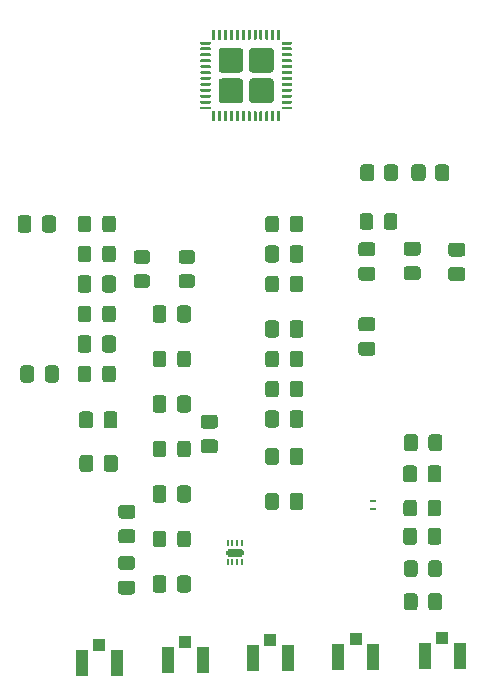
<source format=gbr>
%TF.GenerationSoftware,KiCad,Pcbnew,(5.1.10)-1*%
%TF.CreationDate,2021-09-06T20:05:53-04:00*%
%TF.ProjectId,BeagleBone-Black-Cape,42656167-6c65-4426-9f6e-652d426c6163,rev?*%
%TF.SameCoordinates,Original*%
%TF.FileFunction,Paste,Top*%
%TF.FilePolarity,Positive*%
%FSLAX46Y46*%
G04 Gerber Fmt 4.6, Leading zero omitted, Abs format (unit mm)*
G04 Created by KiCad (PCBNEW (5.1.10)-1) date 2021-09-06 20:05:53*
%MOMM*%
%LPD*%
G01*
G04 APERTURE LIST*
%ADD10C,0.152400*%
%ADD11R,0.500000X0.250000*%
%ADD12R,1.244600X0.762000*%
%ADD13R,0.203200X0.558800*%
%ADD14R,1.050000X2.200000*%
%ADD15R,1.000000X1.050000*%
G04 APERTURE END LIST*
D10*
%TO.C,U2*%
X140131800Y-116865400D02*
X140131800Y-116967000D01*
X140081000Y-116865400D02*
X140131800Y-116865400D01*
X140081000Y-116967000D02*
X140081000Y-116865400D01*
X140131800Y-116967000D02*
X140081000Y-116967000D01*
X140131800Y-116865400D02*
X140131800Y-116763800D01*
X140081000Y-116865400D02*
X140131800Y-116865400D01*
X140081000Y-116763800D02*
X140081000Y-116865400D01*
X140131800Y-116763800D02*
X140081000Y-116763800D01*
X141376400Y-116865400D02*
X141376400Y-116967000D01*
X141427200Y-116865400D02*
X141376400Y-116865400D01*
X141427200Y-116967000D02*
X141427200Y-116865400D01*
X141376400Y-116967000D02*
X141427200Y-116967000D01*
X141376400Y-116865400D02*
X141376400Y-116763800D01*
X141427200Y-116865400D02*
X141376400Y-116865400D01*
X141427200Y-116763800D02*
X141427200Y-116865400D01*
X141376400Y-116763800D02*
X141427200Y-116763800D01*
%TD*%
D11*
%TO.C,CR13*%
X152488900Y-112527200D03*
X152488900Y-113177200D03*
%TD*%
D12*
%TO.C,U2*%
X140754100Y-116865400D03*
D13*
X141354099Y-117640100D03*
X140954100Y-117640100D03*
X140554100Y-117640100D03*
X140154101Y-117640100D03*
X140154101Y-116090700D03*
X140554100Y-116090700D03*
X140954100Y-116090700D03*
X141354099Y-116090700D03*
%TD*%
%TO.C,Z63*%
G36*
G01*
X156229900Y-120556000D02*
X156229900Y-121506000D01*
G75*
G02*
X155979900Y-121756000I-250000J0D01*
G01*
X155304900Y-121756000D01*
G75*
G02*
X155054900Y-121506000I0J250000D01*
G01*
X155054900Y-120556000D01*
G75*
G02*
X155304900Y-120306000I250000J0D01*
G01*
X155979900Y-120306000D01*
G75*
G02*
X156229900Y-120556000I0J-250000D01*
G01*
G37*
G36*
G01*
X158304900Y-120556000D02*
X158304900Y-121506000D01*
G75*
G02*
X158054900Y-121756000I-250000J0D01*
G01*
X157379900Y-121756000D01*
G75*
G02*
X157129900Y-121506000I0J250000D01*
G01*
X157129900Y-120556000D01*
G75*
G02*
X157379900Y-120306000I250000J0D01*
G01*
X158054900Y-120306000D01*
G75*
G02*
X158304900Y-120556000I0J-250000D01*
G01*
G37*
%TD*%
%TO.C,Z62*%
G36*
G01*
X156229900Y-117786999D02*
X156229900Y-118687001D01*
G75*
G02*
X155979901Y-118937000I-249999J0D01*
G01*
X155329899Y-118937000D01*
G75*
G02*
X155079900Y-118687001I0J249999D01*
G01*
X155079900Y-117786999D01*
G75*
G02*
X155329899Y-117537000I249999J0D01*
G01*
X155979901Y-117537000D01*
G75*
G02*
X156229900Y-117786999I0J-249999D01*
G01*
G37*
G36*
G01*
X158279900Y-117786999D02*
X158279900Y-118687001D01*
G75*
G02*
X158029901Y-118937000I-249999J0D01*
G01*
X157379899Y-118937000D01*
G75*
G02*
X157129900Y-118687001I0J249999D01*
G01*
X157129900Y-117786999D01*
G75*
G02*
X157379899Y-117537000I249999J0D01*
G01*
X158029901Y-117537000D01*
G75*
G02*
X158279900Y-117786999I0J-249999D01*
G01*
G37*
%TD*%
%TO.C,Z61*%
G36*
G01*
X156179100Y-115018800D02*
X156179100Y-115968800D01*
G75*
G02*
X155929100Y-116218800I-250000J0D01*
G01*
X155254100Y-116218800D01*
G75*
G02*
X155004100Y-115968800I0J250000D01*
G01*
X155004100Y-115018800D01*
G75*
G02*
X155254100Y-114768800I250000J0D01*
G01*
X155929100Y-114768800D01*
G75*
G02*
X156179100Y-115018800I0J-250000D01*
G01*
G37*
G36*
G01*
X158254100Y-115018800D02*
X158254100Y-115968800D01*
G75*
G02*
X158004100Y-116218800I-250000J0D01*
G01*
X157329100Y-116218800D01*
G75*
G02*
X157079100Y-115968800I0J250000D01*
G01*
X157079100Y-115018800D01*
G75*
G02*
X157329100Y-114768800I250000J0D01*
G01*
X158004100Y-114768800D01*
G75*
G02*
X158254100Y-115018800I0J-250000D01*
G01*
G37*
%TD*%
%TO.C,Z60*%
G36*
G01*
X157079100Y-113556201D02*
X157079100Y-112656199D01*
G75*
G02*
X157329099Y-112406200I249999J0D01*
G01*
X157979101Y-112406200D01*
G75*
G02*
X158229100Y-112656199I0J-249999D01*
G01*
X158229100Y-113556201D01*
G75*
G02*
X157979101Y-113806200I-249999J0D01*
G01*
X157329099Y-113806200D01*
G75*
G02*
X157079100Y-113556201I0J249999D01*
G01*
G37*
G36*
G01*
X155029100Y-113556201D02*
X155029100Y-112656199D01*
G75*
G02*
X155279099Y-112406200I249999J0D01*
G01*
X155929101Y-112406200D01*
G75*
G02*
X156179100Y-112656199I0J-249999D01*
G01*
X156179100Y-113556201D01*
G75*
G02*
X155929101Y-113806200I-249999J0D01*
G01*
X155279099Y-113806200D01*
G75*
G02*
X155029100Y-113556201I0J249999D01*
G01*
G37*
%TD*%
%TO.C,R54*%
G36*
G01*
X157714900Y-85159001D02*
X157714900Y-84258999D01*
G75*
G02*
X157964899Y-84009000I249999J0D01*
G01*
X158664901Y-84009000D01*
G75*
G02*
X158914900Y-84258999I0J-249999D01*
G01*
X158914900Y-85159001D01*
G75*
G02*
X158664901Y-85409000I-249999J0D01*
G01*
X157964899Y-85409000D01*
G75*
G02*
X157714900Y-85159001I0J249999D01*
G01*
G37*
G36*
G01*
X155714900Y-85159001D02*
X155714900Y-84258999D01*
G75*
G02*
X155964899Y-84009000I249999J0D01*
G01*
X156664901Y-84009000D01*
G75*
G02*
X156914900Y-84258999I0J-249999D01*
G01*
X156914900Y-85159001D01*
G75*
G02*
X156664901Y-85409000I-249999J0D01*
G01*
X155964899Y-85409000D01*
G75*
G02*
X155714900Y-85159001I0J249999D01*
G01*
G37*
%TD*%
%TO.C,R53*%
G36*
G01*
X153380900Y-85159001D02*
X153380900Y-84258999D01*
G75*
G02*
X153630899Y-84009000I249999J0D01*
G01*
X154330901Y-84009000D01*
G75*
G02*
X154580900Y-84258999I0J-249999D01*
G01*
X154580900Y-85159001D01*
G75*
G02*
X154330901Y-85409000I-249999J0D01*
G01*
X153630899Y-85409000D01*
G75*
G02*
X153380900Y-85159001I0J249999D01*
G01*
G37*
G36*
G01*
X151380900Y-85159001D02*
X151380900Y-84258999D01*
G75*
G02*
X151630899Y-84009000I249999J0D01*
G01*
X152330901Y-84009000D01*
G75*
G02*
X152580900Y-84258999I0J-249999D01*
G01*
X152580900Y-85159001D01*
G75*
G02*
X152330901Y-85409000I-249999J0D01*
G01*
X151630899Y-85409000D01*
G75*
G02*
X151380900Y-85159001I0J249999D01*
G01*
G37*
%TD*%
%TO.C,L62*%
G36*
G01*
X145395100Y-94582401D02*
X145395100Y-93682399D01*
G75*
G02*
X145645099Y-93432400I249999J0D01*
G01*
X146295101Y-93432400D01*
G75*
G02*
X146545100Y-93682399I0J-249999D01*
G01*
X146545100Y-94582401D01*
G75*
G02*
X146295101Y-94832400I-249999J0D01*
G01*
X145645099Y-94832400D01*
G75*
G02*
X145395100Y-94582401I0J249999D01*
G01*
G37*
G36*
G01*
X143345100Y-94582401D02*
X143345100Y-93682399D01*
G75*
G02*
X143595099Y-93432400I249999J0D01*
G01*
X144245101Y-93432400D01*
G75*
G02*
X144495100Y-93682399I0J-249999D01*
G01*
X144495100Y-94582401D01*
G75*
G02*
X144245101Y-94832400I-249999J0D01*
G01*
X143595099Y-94832400D01*
G75*
G02*
X143345100Y-94582401I0J249999D01*
G01*
G37*
%TD*%
%TO.C,L55*%
G36*
G01*
X144495100Y-102572399D02*
X144495100Y-103472401D01*
G75*
G02*
X144245101Y-103722400I-249999J0D01*
G01*
X143595099Y-103722400D01*
G75*
G02*
X143345100Y-103472401I0J249999D01*
G01*
X143345100Y-102572399D01*
G75*
G02*
X143595099Y-102322400I249999J0D01*
G01*
X144245101Y-102322400D01*
G75*
G02*
X144495100Y-102572399I0J-249999D01*
G01*
G37*
G36*
G01*
X146545100Y-102572399D02*
X146545100Y-103472401D01*
G75*
G02*
X146295101Y-103722400I-249999J0D01*
G01*
X145645099Y-103722400D01*
G75*
G02*
X145395100Y-103472401I0J249999D01*
G01*
X145395100Y-102572399D01*
G75*
G02*
X145645099Y-102322400I249999J0D01*
G01*
X146295101Y-102322400D01*
G75*
G02*
X146545100Y-102572399I0J-249999D01*
G01*
G37*
%TD*%
%TO.C,L54*%
G36*
G01*
X145395100Y-100932401D02*
X145395100Y-100032399D01*
G75*
G02*
X145645099Y-99782400I249999J0D01*
G01*
X146295101Y-99782400D01*
G75*
G02*
X146545100Y-100032399I0J-249999D01*
G01*
X146545100Y-100932401D01*
G75*
G02*
X146295101Y-101182400I-249999J0D01*
G01*
X145645099Y-101182400D01*
G75*
G02*
X145395100Y-100932401I0J249999D01*
G01*
G37*
G36*
G01*
X143345100Y-100932401D02*
X143345100Y-100032399D01*
G75*
G02*
X143595099Y-99782400I249999J0D01*
G01*
X144245101Y-99782400D01*
G75*
G02*
X144495100Y-100032399I0J-249999D01*
G01*
X144495100Y-100932401D01*
G75*
G02*
X144245101Y-101182400I-249999J0D01*
G01*
X143595099Y-101182400D01*
G75*
G02*
X143345100Y-100932401I0J249999D01*
G01*
G37*
%TD*%
%TO.C,L53*%
G36*
G01*
X152470700Y-88399199D02*
X152470700Y-89299201D01*
G75*
G02*
X152220701Y-89549200I-249999J0D01*
G01*
X151570699Y-89549200D01*
G75*
G02*
X151320700Y-89299201I0J249999D01*
G01*
X151320700Y-88399199D01*
G75*
G02*
X151570699Y-88149200I249999J0D01*
G01*
X152220701Y-88149200D01*
G75*
G02*
X152470700Y-88399199I0J-249999D01*
G01*
G37*
G36*
G01*
X154520700Y-88399199D02*
X154520700Y-89299201D01*
G75*
G02*
X154270701Y-89549200I-249999J0D01*
G01*
X153620699Y-89549200D01*
G75*
G02*
X153370700Y-89299201I0J249999D01*
G01*
X153370700Y-88399199D01*
G75*
G02*
X153620699Y-88149200I249999J0D01*
G01*
X154270701Y-88149200D01*
G75*
G02*
X154520700Y-88399199I0J-249999D01*
G01*
G37*
%TD*%
%TO.C,L52*%
G36*
G01*
X144495100Y-88602399D02*
X144495100Y-89502401D01*
G75*
G02*
X144245101Y-89752400I-249999J0D01*
G01*
X143595099Y-89752400D01*
G75*
G02*
X143345100Y-89502401I0J249999D01*
G01*
X143345100Y-88602399D01*
G75*
G02*
X143595099Y-88352400I249999J0D01*
G01*
X144245101Y-88352400D01*
G75*
G02*
X144495100Y-88602399I0J-249999D01*
G01*
G37*
G36*
G01*
X146545100Y-88602399D02*
X146545100Y-89502401D01*
G75*
G02*
X146295101Y-89752400I-249999J0D01*
G01*
X145645099Y-89752400D01*
G75*
G02*
X145395100Y-89502401I0J249999D01*
G01*
X145395100Y-88602399D01*
G75*
G02*
X145645099Y-88352400I249999J0D01*
G01*
X146295101Y-88352400D01*
G75*
G02*
X146545100Y-88602399I0J-249999D01*
G01*
G37*
%TD*%
%TO.C,C497*%
G36*
G01*
X145395100Y-106037400D02*
X145395100Y-105087400D01*
G75*
G02*
X145645100Y-104837400I250000J0D01*
G01*
X146320100Y-104837400D01*
G75*
G02*
X146570100Y-105087400I0J-250000D01*
G01*
X146570100Y-106037400D01*
G75*
G02*
X146320100Y-106287400I-250000J0D01*
G01*
X145645100Y-106287400D01*
G75*
G02*
X145395100Y-106037400I0J250000D01*
G01*
G37*
G36*
G01*
X143320100Y-106037400D02*
X143320100Y-105087400D01*
G75*
G02*
X143570100Y-104837400I250000J0D01*
G01*
X144245100Y-104837400D01*
G75*
G02*
X144495100Y-105087400I0J-250000D01*
G01*
X144495100Y-106037400D01*
G75*
G02*
X144245100Y-106287400I-250000J0D01*
G01*
X143570100Y-106287400D01*
G75*
G02*
X143320100Y-106037400I0J250000D01*
G01*
G37*
%TD*%
%TO.C,C496*%
G36*
G01*
X152405100Y-98127400D02*
X151455100Y-98127400D01*
G75*
G02*
X151205100Y-97877400I0J250000D01*
G01*
X151205100Y-97202400D01*
G75*
G02*
X151455100Y-96952400I250000J0D01*
G01*
X152405100Y-96952400D01*
G75*
G02*
X152655100Y-97202400I0J-250000D01*
G01*
X152655100Y-97877400D01*
G75*
G02*
X152405100Y-98127400I-250000J0D01*
G01*
G37*
G36*
G01*
X152405100Y-100202400D02*
X151455100Y-100202400D01*
G75*
G02*
X151205100Y-99952400I0J250000D01*
G01*
X151205100Y-99277400D01*
G75*
G02*
X151455100Y-99027400I250000J0D01*
G01*
X152405100Y-99027400D01*
G75*
G02*
X152655100Y-99277400I0J-250000D01*
G01*
X152655100Y-99952400D01*
G75*
G02*
X152405100Y-100202400I-250000J0D01*
G01*
G37*
%TD*%
%TO.C,C492*%
G36*
G01*
X128747100Y-105163600D02*
X128747100Y-106113600D01*
G75*
G02*
X128497100Y-106363600I-250000J0D01*
G01*
X127822100Y-106363600D01*
G75*
G02*
X127572100Y-106113600I0J250000D01*
G01*
X127572100Y-105163600D01*
G75*
G02*
X127822100Y-104913600I250000J0D01*
G01*
X128497100Y-104913600D01*
G75*
G02*
X128747100Y-105163600I0J-250000D01*
G01*
G37*
G36*
G01*
X130822100Y-105163600D02*
X130822100Y-106113600D01*
G75*
G02*
X130572100Y-106363600I-250000J0D01*
G01*
X129897100Y-106363600D01*
G75*
G02*
X129647100Y-106113600I0J250000D01*
G01*
X129647100Y-105163600D01*
G75*
G02*
X129897100Y-104913600I250000J0D01*
G01*
X130572100Y-104913600D01*
G75*
G02*
X130822100Y-105163600I0J-250000D01*
G01*
G37*
%TD*%
%TO.C,C491*%
G36*
G01*
X128772500Y-108846600D02*
X128772500Y-109796600D01*
G75*
G02*
X128522500Y-110046600I-250000J0D01*
G01*
X127847500Y-110046600D01*
G75*
G02*
X127597500Y-109796600I0J250000D01*
G01*
X127597500Y-108846600D01*
G75*
G02*
X127847500Y-108596600I250000J0D01*
G01*
X128522500Y-108596600D01*
G75*
G02*
X128772500Y-108846600I0J-250000D01*
G01*
G37*
G36*
G01*
X130847500Y-108846600D02*
X130847500Y-109796600D01*
G75*
G02*
X130597500Y-110046600I-250000J0D01*
G01*
X129922500Y-110046600D01*
G75*
G02*
X129672500Y-109796600I0J250000D01*
G01*
X129672500Y-108846600D01*
G75*
G02*
X129922500Y-108596600I250000J0D01*
G01*
X130597500Y-108596600D01*
G75*
G02*
X130847500Y-108846600I0J-250000D01*
G01*
G37*
%TD*%
%TO.C,C483*%
G36*
G01*
X157155300Y-108044000D02*
X157155300Y-107094000D01*
G75*
G02*
X157405300Y-106844000I250000J0D01*
G01*
X158080300Y-106844000D01*
G75*
G02*
X158330300Y-107094000I0J-250000D01*
G01*
X158330300Y-108044000D01*
G75*
G02*
X158080300Y-108294000I-250000J0D01*
G01*
X157405300Y-108294000D01*
G75*
G02*
X157155300Y-108044000I0J250000D01*
G01*
G37*
G36*
G01*
X155080300Y-108044000D02*
X155080300Y-107094000D01*
G75*
G02*
X155330300Y-106844000I250000J0D01*
G01*
X156005300Y-106844000D01*
G75*
G02*
X156255300Y-107094000I0J-250000D01*
G01*
X156255300Y-108044000D01*
G75*
G02*
X156005300Y-108294000I-250000J0D01*
G01*
X155330300Y-108294000D01*
G75*
G02*
X155080300Y-108044000I0J250000D01*
G01*
G37*
%TD*%
%TO.C,C482*%
G36*
G01*
X156179100Y-109735600D02*
X156179100Y-110685600D01*
G75*
G02*
X155929100Y-110935600I-250000J0D01*
G01*
X155254100Y-110935600D01*
G75*
G02*
X155004100Y-110685600I0J250000D01*
G01*
X155004100Y-109735600D01*
G75*
G02*
X155254100Y-109485600I250000J0D01*
G01*
X155929100Y-109485600D01*
G75*
G02*
X156179100Y-109735600I0J-250000D01*
G01*
G37*
G36*
G01*
X158254100Y-109735600D02*
X158254100Y-110685600D01*
G75*
G02*
X158004100Y-110935600I-250000J0D01*
G01*
X157329100Y-110935600D01*
G75*
G02*
X157079100Y-110685600I0J250000D01*
G01*
X157079100Y-109735600D01*
G75*
G02*
X157329100Y-109485600I250000J0D01*
G01*
X158004100Y-109485600D01*
G75*
G02*
X158254100Y-109735600I0J-250000D01*
G01*
G37*
%TD*%
%TO.C,C62*%
G36*
G01*
X145395100Y-98417400D02*
X145395100Y-97467400D01*
G75*
G02*
X145645100Y-97217400I250000J0D01*
G01*
X146320100Y-97217400D01*
G75*
G02*
X146570100Y-97467400I0J-250000D01*
G01*
X146570100Y-98417400D01*
G75*
G02*
X146320100Y-98667400I-250000J0D01*
G01*
X145645100Y-98667400D01*
G75*
G02*
X145395100Y-98417400I0J250000D01*
G01*
G37*
G36*
G01*
X143320100Y-98417400D02*
X143320100Y-97467400D01*
G75*
G02*
X143570100Y-97217400I250000J0D01*
G01*
X144245100Y-97217400D01*
G75*
G02*
X144495100Y-97467400I0J-250000D01*
G01*
X144495100Y-98417400D01*
G75*
G02*
X144245100Y-98667400I-250000J0D01*
G01*
X143570100Y-98667400D01*
G75*
G02*
X143320100Y-98417400I0J250000D01*
G01*
G37*
%TD*%
%TO.C,C61*%
G36*
G01*
X144495100Y-91117400D02*
X144495100Y-92067400D01*
G75*
G02*
X144245100Y-92317400I-250000J0D01*
G01*
X143570100Y-92317400D01*
G75*
G02*
X143320100Y-92067400I0J250000D01*
G01*
X143320100Y-91117400D01*
G75*
G02*
X143570100Y-90867400I250000J0D01*
G01*
X144245100Y-90867400D01*
G75*
G02*
X144495100Y-91117400I0J-250000D01*
G01*
G37*
G36*
G01*
X146570100Y-91117400D02*
X146570100Y-92067400D01*
G75*
G02*
X146320100Y-92317400I-250000J0D01*
G01*
X145645100Y-92317400D01*
G75*
G02*
X145395100Y-92067400I0J250000D01*
G01*
X145395100Y-91117400D01*
G75*
G02*
X145645100Y-90867400I250000J0D01*
G01*
X146320100Y-90867400D01*
G75*
G02*
X146570100Y-91117400I0J-250000D01*
G01*
G37*
%TD*%
%TO.C,C59*%
G36*
G01*
X145395100Y-113022400D02*
X145395100Y-112072400D01*
G75*
G02*
X145645100Y-111822400I250000J0D01*
G01*
X146320100Y-111822400D01*
G75*
G02*
X146570100Y-112072400I0J-250000D01*
G01*
X146570100Y-113022400D01*
G75*
G02*
X146320100Y-113272400I-250000J0D01*
G01*
X145645100Y-113272400D01*
G75*
G02*
X145395100Y-113022400I0J250000D01*
G01*
G37*
G36*
G01*
X143320100Y-113022400D02*
X143320100Y-112072400D01*
G75*
G02*
X143570100Y-111822400I250000J0D01*
G01*
X144245100Y-111822400D01*
G75*
G02*
X144495100Y-112072400I0J-250000D01*
G01*
X144495100Y-113022400D01*
G75*
G02*
X144245100Y-113272400I-250000J0D01*
G01*
X143570100Y-113272400D01*
G75*
G02*
X143320100Y-113022400I0J250000D01*
G01*
G37*
%TD*%
%TO.C,C58*%
G36*
G01*
X145395100Y-109212400D02*
X145395100Y-108262400D01*
G75*
G02*
X145645100Y-108012400I250000J0D01*
G01*
X146320100Y-108012400D01*
G75*
G02*
X146570100Y-108262400I0J-250000D01*
G01*
X146570100Y-109212400D01*
G75*
G02*
X146320100Y-109462400I-250000J0D01*
G01*
X145645100Y-109462400D01*
G75*
G02*
X145395100Y-109212400I0J250000D01*
G01*
G37*
G36*
G01*
X143320100Y-109212400D02*
X143320100Y-108262400D01*
G75*
G02*
X143570100Y-108012400I250000J0D01*
G01*
X144245100Y-108012400D01*
G75*
G02*
X144495100Y-108262400I0J-250000D01*
G01*
X144495100Y-109212400D01*
G75*
G02*
X144245100Y-109462400I-250000J0D01*
G01*
X143570100Y-109462400D01*
G75*
G02*
X143320100Y-109212400I0J250000D01*
G01*
G37*
%TD*%
%TO.C,C53*%
G36*
G01*
X151455100Y-92677400D02*
X152405100Y-92677400D01*
G75*
G02*
X152655100Y-92927400I0J-250000D01*
G01*
X152655100Y-93602400D01*
G75*
G02*
X152405100Y-93852400I-250000J0D01*
G01*
X151455100Y-93852400D01*
G75*
G02*
X151205100Y-93602400I0J250000D01*
G01*
X151205100Y-92927400D01*
G75*
G02*
X151455100Y-92677400I250000J0D01*
G01*
G37*
G36*
G01*
X151455100Y-90602400D02*
X152405100Y-90602400D01*
G75*
G02*
X152655100Y-90852400I0J-250000D01*
G01*
X152655100Y-91527400D01*
G75*
G02*
X152405100Y-91777400I-250000J0D01*
G01*
X151455100Y-91777400D01*
G75*
G02*
X151205100Y-91527400I0J250000D01*
G01*
X151205100Y-90852400D01*
G75*
G02*
X151455100Y-90602400I250000J0D01*
G01*
G37*
%TD*%
%TO.C,C52*%
G36*
G01*
X159075100Y-92702800D02*
X160025100Y-92702800D01*
G75*
G02*
X160275100Y-92952800I0J-250000D01*
G01*
X160275100Y-93627800D01*
G75*
G02*
X160025100Y-93877800I-250000J0D01*
G01*
X159075100Y-93877800D01*
G75*
G02*
X158825100Y-93627800I0J250000D01*
G01*
X158825100Y-92952800D01*
G75*
G02*
X159075100Y-92702800I250000J0D01*
G01*
G37*
G36*
G01*
X159075100Y-90627800D02*
X160025100Y-90627800D01*
G75*
G02*
X160275100Y-90877800I0J-250000D01*
G01*
X160275100Y-91552800D01*
G75*
G02*
X160025100Y-91802800I-250000J0D01*
G01*
X159075100Y-91802800D01*
G75*
G02*
X158825100Y-91552800I0J250000D01*
G01*
X158825100Y-90877800D01*
G75*
G02*
X159075100Y-90627800I250000J0D01*
G01*
G37*
%TD*%
%TO.C,C51*%
G36*
G01*
X155290500Y-92626600D02*
X156240500Y-92626600D01*
G75*
G02*
X156490500Y-92876600I0J-250000D01*
G01*
X156490500Y-93551600D01*
G75*
G02*
X156240500Y-93801600I-250000J0D01*
G01*
X155290500Y-93801600D01*
G75*
G02*
X155040500Y-93551600I0J250000D01*
G01*
X155040500Y-92876600D01*
G75*
G02*
X155290500Y-92626600I250000J0D01*
G01*
G37*
G36*
G01*
X155290500Y-90551600D02*
X156240500Y-90551600D01*
G75*
G02*
X156490500Y-90801600I0J-250000D01*
G01*
X156490500Y-91476600D01*
G75*
G02*
X156240500Y-91726600I-250000J0D01*
G01*
X155290500Y-91726600D01*
G75*
G02*
X155040500Y-91476600I0J250000D01*
G01*
X155040500Y-90801600D01*
G75*
G02*
X155290500Y-90551600I250000J0D01*
G01*
G37*
%TD*%
%TO.C,C36*%
G36*
G01*
X132059700Y-118345800D02*
X131109700Y-118345800D01*
G75*
G02*
X130859700Y-118095800I0J250000D01*
G01*
X130859700Y-117420800D01*
G75*
G02*
X131109700Y-117170800I250000J0D01*
G01*
X132059700Y-117170800D01*
G75*
G02*
X132309700Y-117420800I0J-250000D01*
G01*
X132309700Y-118095800D01*
G75*
G02*
X132059700Y-118345800I-250000J0D01*
G01*
G37*
G36*
G01*
X132059700Y-120420800D02*
X131109700Y-120420800D01*
G75*
G02*
X130859700Y-120170800I0J250000D01*
G01*
X130859700Y-119495800D01*
G75*
G02*
X131109700Y-119245800I250000J0D01*
G01*
X132059700Y-119245800D01*
G75*
G02*
X132309700Y-119495800I0J-250000D01*
G01*
X132309700Y-120170800D01*
G75*
G02*
X132059700Y-120420800I-250000J0D01*
G01*
G37*
%TD*%
D14*
%TO.C,AE5*%
X152465300Y-125722400D03*
D15*
X150990300Y-124197400D03*
D14*
X149515300Y-125722400D03*
%TD*%
%TO.C,AE4*%
X159780500Y-125646200D03*
D15*
X158305500Y-124121200D03*
D14*
X156830500Y-125646200D03*
%TD*%
%TO.C,AE3*%
X145251700Y-125773200D03*
D15*
X143776700Y-124248200D03*
D14*
X142301700Y-125773200D03*
%TD*%
%TO.C,AE2*%
X138038100Y-126001800D03*
D15*
X136563100Y-124476800D03*
D14*
X135088100Y-126001800D03*
%TD*%
%TO.C,AE1*%
X130773700Y-126179600D03*
D15*
X129298700Y-124654600D03*
D14*
X127823700Y-126179600D03*
%TD*%
%TO.C,U1*%
G36*
G01*
X138656800Y-79354400D02*
X137906800Y-79354400D01*
G75*
G02*
X137844300Y-79291900I0J62500D01*
G01*
X137844300Y-79166900D01*
G75*
G02*
X137906800Y-79104400I62500J0D01*
G01*
X138656800Y-79104400D01*
G75*
G02*
X138719300Y-79166900I0J-62500D01*
G01*
X138719300Y-79291900D01*
G75*
G02*
X138656800Y-79354400I-62500J0D01*
G01*
G37*
G36*
G01*
X138656800Y-78854400D02*
X137906800Y-78854400D01*
G75*
G02*
X137844300Y-78791900I0J62500D01*
G01*
X137844300Y-78666900D01*
G75*
G02*
X137906800Y-78604400I62500J0D01*
G01*
X138656800Y-78604400D01*
G75*
G02*
X138719300Y-78666900I0J-62500D01*
G01*
X138719300Y-78791900D01*
G75*
G02*
X138656800Y-78854400I-62500J0D01*
G01*
G37*
G36*
G01*
X138656800Y-78354400D02*
X137906800Y-78354400D01*
G75*
G02*
X137844300Y-78291900I0J62500D01*
G01*
X137844300Y-78166900D01*
G75*
G02*
X137906800Y-78104400I62500J0D01*
G01*
X138656800Y-78104400D01*
G75*
G02*
X138719300Y-78166900I0J-62500D01*
G01*
X138719300Y-78291900D01*
G75*
G02*
X138656800Y-78354400I-62500J0D01*
G01*
G37*
G36*
G01*
X138656800Y-77854400D02*
X137906800Y-77854400D01*
G75*
G02*
X137844300Y-77791900I0J62500D01*
G01*
X137844300Y-77666900D01*
G75*
G02*
X137906800Y-77604400I62500J0D01*
G01*
X138656800Y-77604400D01*
G75*
G02*
X138719300Y-77666900I0J-62500D01*
G01*
X138719300Y-77791900D01*
G75*
G02*
X138656800Y-77854400I-62500J0D01*
G01*
G37*
G36*
G01*
X138656800Y-77354400D02*
X137906800Y-77354400D01*
G75*
G02*
X137844300Y-77291900I0J62500D01*
G01*
X137844300Y-77166900D01*
G75*
G02*
X137906800Y-77104400I62500J0D01*
G01*
X138656800Y-77104400D01*
G75*
G02*
X138719300Y-77166900I0J-62500D01*
G01*
X138719300Y-77291900D01*
G75*
G02*
X138656800Y-77354400I-62500J0D01*
G01*
G37*
G36*
G01*
X138656800Y-76854400D02*
X137906800Y-76854400D01*
G75*
G02*
X137844300Y-76791900I0J62500D01*
G01*
X137844300Y-76666900D01*
G75*
G02*
X137906800Y-76604400I62500J0D01*
G01*
X138656800Y-76604400D01*
G75*
G02*
X138719300Y-76666900I0J-62500D01*
G01*
X138719300Y-76791900D01*
G75*
G02*
X138656800Y-76854400I-62500J0D01*
G01*
G37*
G36*
G01*
X138656800Y-76354400D02*
X137906800Y-76354400D01*
G75*
G02*
X137844300Y-76291900I0J62500D01*
G01*
X137844300Y-76166900D01*
G75*
G02*
X137906800Y-76104400I62500J0D01*
G01*
X138656800Y-76104400D01*
G75*
G02*
X138719300Y-76166900I0J-62500D01*
G01*
X138719300Y-76291900D01*
G75*
G02*
X138656800Y-76354400I-62500J0D01*
G01*
G37*
G36*
G01*
X138656800Y-75854400D02*
X137906800Y-75854400D01*
G75*
G02*
X137844300Y-75791900I0J62500D01*
G01*
X137844300Y-75666900D01*
G75*
G02*
X137906800Y-75604400I62500J0D01*
G01*
X138656800Y-75604400D01*
G75*
G02*
X138719300Y-75666900I0J-62500D01*
G01*
X138719300Y-75791900D01*
G75*
G02*
X138656800Y-75854400I-62500J0D01*
G01*
G37*
G36*
G01*
X138656800Y-75354400D02*
X137906800Y-75354400D01*
G75*
G02*
X137844300Y-75291900I0J62500D01*
G01*
X137844300Y-75166900D01*
G75*
G02*
X137906800Y-75104400I62500J0D01*
G01*
X138656800Y-75104400D01*
G75*
G02*
X138719300Y-75166900I0J-62500D01*
G01*
X138719300Y-75291900D01*
G75*
G02*
X138656800Y-75354400I-62500J0D01*
G01*
G37*
G36*
G01*
X138656800Y-74854400D02*
X137906800Y-74854400D01*
G75*
G02*
X137844300Y-74791900I0J62500D01*
G01*
X137844300Y-74666900D01*
G75*
G02*
X137906800Y-74604400I62500J0D01*
G01*
X138656800Y-74604400D01*
G75*
G02*
X138719300Y-74666900I0J-62500D01*
G01*
X138719300Y-74791900D01*
G75*
G02*
X138656800Y-74854400I-62500J0D01*
G01*
G37*
G36*
G01*
X138656800Y-74354400D02*
X137906800Y-74354400D01*
G75*
G02*
X137844300Y-74291900I0J62500D01*
G01*
X137844300Y-74166900D01*
G75*
G02*
X137906800Y-74104400I62500J0D01*
G01*
X138656800Y-74104400D01*
G75*
G02*
X138719300Y-74166900I0J-62500D01*
G01*
X138719300Y-74291900D01*
G75*
G02*
X138656800Y-74354400I-62500J0D01*
G01*
G37*
G36*
G01*
X138656800Y-73854400D02*
X137906800Y-73854400D01*
G75*
G02*
X137844300Y-73791900I0J62500D01*
G01*
X137844300Y-73666900D01*
G75*
G02*
X137906800Y-73604400I62500J0D01*
G01*
X138656800Y-73604400D01*
G75*
G02*
X138719300Y-73666900I0J-62500D01*
G01*
X138719300Y-73791900D01*
G75*
G02*
X138656800Y-73854400I-62500J0D01*
G01*
G37*
G36*
G01*
X139031800Y-73479400D02*
X138906800Y-73479400D01*
G75*
G02*
X138844300Y-73416900I0J62500D01*
G01*
X138844300Y-72666900D01*
G75*
G02*
X138906800Y-72604400I62500J0D01*
G01*
X139031800Y-72604400D01*
G75*
G02*
X139094300Y-72666900I0J-62500D01*
G01*
X139094300Y-73416900D01*
G75*
G02*
X139031800Y-73479400I-62500J0D01*
G01*
G37*
G36*
G01*
X139531800Y-73479400D02*
X139406800Y-73479400D01*
G75*
G02*
X139344300Y-73416900I0J62500D01*
G01*
X139344300Y-72666900D01*
G75*
G02*
X139406800Y-72604400I62500J0D01*
G01*
X139531800Y-72604400D01*
G75*
G02*
X139594300Y-72666900I0J-62500D01*
G01*
X139594300Y-73416900D01*
G75*
G02*
X139531800Y-73479400I-62500J0D01*
G01*
G37*
G36*
G01*
X140031800Y-73479400D02*
X139906800Y-73479400D01*
G75*
G02*
X139844300Y-73416900I0J62500D01*
G01*
X139844300Y-72666900D01*
G75*
G02*
X139906800Y-72604400I62500J0D01*
G01*
X140031800Y-72604400D01*
G75*
G02*
X140094300Y-72666900I0J-62500D01*
G01*
X140094300Y-73416900D01*
G75*
G02*
X140031800Y-73479400I-62500J0D01*
G01*
G37*
G36*
G01*
X140531800Y-73479400D02*
X140406800Y-73479400D01*
G75*
G02*
X140344300Y-73416900I0J62500D01*
G01*
X140344300Y-72666900D01*
G75*
G02*
X140406800Y-72604400I62500J0D01*
G01*
X140531800Y-72604400D01*
G75*
G02*
X140594300Y-72666900I0J-62500D01*
G01*
X140594300Y-73416900D01*
G75*
G02*
X140531800Y-73479400I-62500J0D01*
G01*
G37*
G36*
G01*
X141031800Y-73479400D02*
X140906800Y-73479400D01*
G75*
G02*
X140844300Y-73416900I0J62500D01*
G01*
X140844300Y-72666900D01*
G75*
G02*
X140906800Y-72604400I62500J0D01*
G01*
X141031800Y-72604400D01*
G75*
G02*
X141094300Y-72666900I0J-62500D01*
G01*
X141094300Y-73416900D01*
G75*
G02*
X141031800Y-73479400I-62500J0D01*
G01*
G37*
G36*
G01*
X141531800Y-73479400D02*
X141406800Y-73479400D01*
G75*
G02*
X141344300Y-73416900I0J62500D01*
G01*
X141344300Y-72666900D01*
G75*
G02*
X141406800Y-72604400I62500J0D01*
G01*
X141531800Y-72604400D01*
G75*
G02*
X141594300Y-72666900I0J-62500D01*
G01*
X141594300Y-73416900D01*
G75*
G02*
X141531800Y-73479400I-62500J0D01*
G01*
G37*
G36*
G01*
X142031800Y-73479400D02*
X141906800Y-73479400D01*
G75*
G02*
X141844300Y-73416900I0J62500D01*
G01*
X141844300Y-72666900D01*
G75*
G02*
X141906800Y-72604400I62500J0D01*
G01*
X142031800Y-72604400D01*
G75*
G02*
X142094300Y-72666900I0J-62500D01*
G01*
X142094300Y-73416900D01*
G75*
G02*
X142031800Y-73479400I-62500J0D01*
G01*
G37*
G36*
G01*
X142531800Y-73479400D02*
X142406800Y-73479400D01*
G75*
G02*
X142344300Y-73416900I0J62500D01*
G01*
X142344300Y-72666900D01*
G75*
G02*
X142406800Y-72604400I62500J0D01*
G01*
X142531800Y-72604400D01*
G75*
G02*
X142594300Y-72666900I0J-62500D01*
G01*
X142594300Y-73416900D01*
G75*
G02*
X142531800Y-73479400I-62500J0D01*
G01*
G37*
G36*
G01*
X143031800Y-73479400D02*
X142906800Y-73479400D01*
G75*
G02*
X142844300Y-73416900I0J62500D01*
G01*
X142844300Y-72666900D01*
G75*
G02*
X142906800Y-72604400I62500J0D01*
G01*
X143031800Y-72604400D01*
G75*
G02*
X143094300Y-72666900I0J-62500D01*
G01*
X143094300Y-73416900D01*
G75*
G02*
X143031800Y-73479400I-62500J0D01*
G01*
G37*
G36*
G01*
X143531800Y-73479400D02*
X143406800Y-73479400D01*
G75*
G02*
X143344300Y-73416900I0J62500D01*
G01*
X143344300Y-72666900D01*
G75*
G02*
X143406800Y-72604400I62500J0D01*
G01*
X143531800Y-72604400D01*
G75*
G02*
X143594300Y-72666900I0J-62500D01*
G01*
X143594300Y-73416900D01*
G75*
G02*
X143531800Y-73479400I-62500J0D01*
G01*
G37*
G36*
G01*
X144031800Y-73479400D02*
X143906800Y-73479400D01*
G75*
G02*
X143844300Y-73416900I0J62500D01*
G01*
X143844300Y-72666900D01*
G75*
G02*
X143906800Y-72604400I62500J0D01*
G01*
X144031800Y-72604400D01*
G75*
G02*
X144094300Y-72666900I0J-62500D01*
G01*
X144094300Y-73416900D01*
G75*
G02*
X144031800Y-73479400I-62500J0D01*
G01*
G37*
G36*
G01*
X144531800Y-73479400D02*
X144406800Y-73479400D01*
G75*
G02*
X144344300Y-73416900I0J62500D01*
G01*
X144344300Y-72666900D01*
G75*
G02*
X144406800Y-72604400I62500J0D01*
G01*
X144531800Y-72604400D01*
G75*
G02*
X144594300Y-72666900I0J-62500D01*
G01*
X144594300Y-73416900D01*
G75*
G02*
X144531800Y-73479400I-62500J0D01*
G01*
G37*
G36*
G01*
X145531800Y-73854400D02*
X144781800Y-73854400D01*
G75*
G02*
X144719300Y-73791900I0J62500D01*
G01*
X144719300Y-73666900D01*
G75*
G02*
X144781800Y-73604400I62500J0D01*
G01*
X145531800Y-73604400D01*
G75*
G02*
X145594300Y-73666900I0J-62500D01*
G01*
X145594300Y-73791900D01*
G75*
G02*
X145531800Y-73854400I-62500J0D01*
G01*
G37*
G36*
G01*
X145531800Y-74354400D02*
X144781800Y-74354400D01*
G75*
G02*
X144719300Y-74291900I0J62500D01*
G01*
X144719300Y-74166900D01*
G75*
G02*
X144781800Y-74104400I62500J0D01*
G01*
X145531800Y-74104400D01*
G75*
G02*
X145594300Y-74166900I0J-62500D01*
G01*
X145594300Y-74291900D01*
G75*
G02*
X145531800Y-74354400I-62500J0D01*
G01*
G37*
G36*
G01*
X145531800Y-74854400D02*
X144781800Y-74854400D01*
G75*
G02*
X144719300Y-74791900I0J62500D01*
G01*
X144719300Y-74666900D01*
G75*
G02*
X144781800Y-74604400I62500J0D01*
G01*
X145531800Y-74604400D01*
G75*
G02*
X145594300Y-74666900I0J-62500D01*
G01*
X145594300Y-74791900D01*
G75*
G02*
X145531800Y-74854400I-62500J0D01*
G01*
G37*
G36*
G01*
X145531800Y-75354400D02*
X144781800Y-75354400D01*
G75*
G02*
X144719300Y-75291900I0J62500D01*
G01*
X144719300Y-75166900D01*
G75*
G02*
X144781800Y-75104400I62500J0D01*
G01*
X145531800Y-75104400D01*
G75*
G02*
X145594300Y-75166900I0J-62500D01*
G01*
X145594300Y-75291900D01*
G75*
G02*
X145531800Y-75354400I-62500J0D01*
G01*
G37*
G36*
G01*
X145531800Y-75854400D02*
X144781800Y-75854400D01*
G75*
G02*
X144719300Y-75791900I0J62500D01*
G01*
X144719300Y-75666900D01*
G75*
G02*
X144781800Y-75604400I62500J0D01*
G01*
X145531800Y-75604400D01*
G75*
G02*
X145594300Y-75666900I0J-62500D01*
G01*
X145594300Y-75791900D01*
G75*
G02*
X145531800Y-75854400I-62500J0D01*
G01*
G37*
G36*
G01*
X145531800Y-76354400D02*
X144781800Y-76354400D01*
G75*
G02*
X144719300Y-76291900I0J62500D01*
G01*
X144719300Y-76166900D01*
G75*
G02*
X144781800Y-76104400I62500J0D01*
G01*
X145531800Y-76104400D01*
G75*
G02*
X145594300Y-76166900I0J-62500D01*
G01*
X145594300Y-76291900D01*
G75*
G02*
X145531800Y-76354400I-62500J0D01*
G01*
G37*
G36*
G01*
X145531800Y-76854400D02*
X144781800Y-76854400D01*
G75*
G02*
X144719300Y-76791900I0J62500D01*
G01*
X144719300Y-76666900D01*
G75*
G02*
X144781800Y-76604400I62500J0D01*
G01*
X145531800Y-76604400D01*
G75*
G02*
X145594300Y-76666900I0J-62500D01*
G01*
X145594300Y-76791900D01*
G75*
G02*
X145531800Y-76854400I-62500J0D01*
G01*
G37*
G36*
G01*
X145531800Y-77354400D02*
X144781800Y-77354400D01*
G75*
G02*
X144719300Y-77291900I0J62500D01*
G01*
X144719300Y-77166900D01*
G75*
G02*
X144781800Y-77104400I62500J0D01*
G01*
X145531800Y-77104400D01*
G75*
G02*
X145594300Y-77166900I0J-62500D01*
G01*
X145594300Y-77291900D01*
G75*
G02*
X145531800Y-77354400I-62500J0D01*
G01*
G37*
G36*
G01*
X145531800Y-77854400D02*
X144781800Y-77854400D01*
G75*
G02*
X144719300Y-77791900I0J62500D01*
G01*
X144719300Y-77666900D01*
G75*
G02*
X144781800Y-77604400I62500J0D01*
G01*
X145531800Y-77604400D01*
G75*
G02*
X145594300Y-77666900I0J-62500D01*
G01*
X145594300Y-77791900D01*
G75*
G02*
X145531800Y-77854400I-62500J0D01*
G01*
G37*
G36*
G01*
X145531800Y-78354400D02*
X144781800Y-78354400D01*
G75*
G02*
X144719300Y-78291900I0J62500D01*
G01*
X144719300Y-78166900D01*
G75*
G02*
X144781800Y-78104400I62500J0D01*
G01*
X145531800Y-78104400D01*
G75*
G02*
X145594300Y-78166900I0J-62500D01*
G01*
X145594300Y-78291900D01*
G75*
G02*
X145531800Y-78354400I-62500J0D01*
G01*
G37*
G36*
G01*
X145531800Y-78854400D02*
X144781800Y-78854400D01*
G75*
G02*
X144719300Y-78791900I0J62500D01*
G01*
X144719300Y-78666900D01*
G75*
G02*
X144781800Y-78604400I62500J0D01*
G01*
X145531800Y-78604400D01*
G75*
G02*
X145594300Y-78666900I0J-62500D01*
G01*
X145594300Y-78791900D01*
G75*
G02*
X145531800Y-78854400I-62500J0D01*
G01*
G37*
G36*
G01*
X145531800Y-79354400D02*
X144781800Y-79354400D01*
G75*
G02*
X144719300Y-79291900I0J62500D01*
G01*
X144719300Y-79166900D01*
G75*
G02*
X144781800Y-79104400I62500J0D01*
G01*
X145531800Y-79104400D01*
G75*
G02*
X145594300Y-79166900I0J-62500D01*
G01*
X145594300Y-79291900D01*
G75*
G02*
X145531800Y-79354400I-62500J0D01*
G01*
G37*
G36*
G01*
X144531800Y-80354400D02*
X144406800Y-80354400D01*
G75*
G02*
X144344300Y-80291900I0J62500D01*
G01*
X144344300Y-79541900D01*
G75*
G02*
X144406800Y-79479400I62500J0D01*
G01*
X144531800Y-79479400D01*
G75*
G02*
X144594300Y-79541900I0J-62500D01*
G01*
X144594300Y-80291900D01*
G75*
G02*
X144531800Y-80354400I-62500J0D01*
G01*
G37*
G36*
G01*
X144031800Y-80354400D02*
X143906800Y-80354400D01*
G75*
G02*
X143844300Y-80291900I0J62500D01*
G01*
X143844300Y-79541900D01*
G75*
G02*
X143906800Y-79479400I62500J0D01*
G01*
X144031800Y-79479400D01*
G75*
G02*
X144094300Y-79541900I0J-62500D01*
G01*
X144094300Y-80291900D01*
G75*
G02*
X144031800Y-80354400I-62500J0D01*
G01*
G37*
G36*
G01*
X143531800Y-80354400D02*
X143406800Y-80354400D01*
G75*
G02*
X143344300Y-80291900I0J62500D01*
G01*
X143344300Y-79541900D01*
G75*
G02*
X143406800Y-79479400I62500J0D01*
G01*
X143531800Y-79479400D01*
G75*
G02*
X143594300Y-79541900I0J-62500D01*
G01*
X143594300Y-80291900D01*
G75*
G02*
X143531800Y-80354400I-62500J0D01*
G01*
G37*
G36*
G01*
X143031800Y-80354400D02*
X142906800Y-80354400D01*
G75*
G02*
X142844300Y-80291900I0J62500D01*
G01*
X142844300Y-79541900D01*
G75*
G02*
X142906800Y-79479400I62500J0D01*
G01*
X143031800Y-79479400D01*
G75*
G02*
X143094300Y-79541900I0J-62500D01*
G01*
X143094300Y-80291900D01*
G75*
G02*
X143031800Y-80354400I-62500J0D01*
G01*
G37*
G36*
G01*
X142531800Y-80354400D02*
X142406800Y-80354400D01*
G75*
G02*
X142344300Y-80291900I0J62500D01*
G01*
X142344300Y-79541900D01*
G75*
G02*
X142406800Y-79479400I62500J0D01*
G01*
X142531800Y-79479400D01*
G75*
G02*
X142594300Y-79541900I0J-62500D01*
G01*
X142594300Y-80291900D01*
G75*
G02*
X142531800Y-80354400I-62500J0D01*
G01*
G37*
G36*
G01*
X142031800Y-80354400D02*
X141906800Y-80354400D01*
G75*
G02*
X141844300Y-80291900I0J62500D01*
G01*
X141844300Y-79541900D01*
G75*
G02*
X141906800Y-79479400I62500J0D01*
G01*
X142031800Y-79479400D01*
G75*
G02*
X142094300Y-79541900I0J-62500D01*
G01*
X142094300Y-80291900D01*
G75*
G02*
X142031800Y-80354400I-62500J0D01*
G01*
G37*
G36*
G01*
X141531800Y-80354400D02*
X141406800Y-80354400D01*
G75*
G02*
X141344300Y-80291900I0J62500D01*
G01*
X141344300Y-79541900D01*
G75*
G02*
X141406800Y-79479400I62500J0D01*
G01*
X141531800Y-79479400D01*
G75*
G02*
X141594300Y-79541900I0J-62500D01*
G01*
X141594300Y-80291900D01*
G75*
G02*
X141531800Y-80354400I-62500J0D01*
G01*
G37*
G36*
G01*
X141031800Y-80354400D02*
X140906800Y-80354400D01*
G75*
G02*
X140844300Y-80291900I0J62500D01*
G01*
X140844300Y-79541900D01*
G75*
G02*
X140906800Y-79479400I62500J0D01*
G01*
X141031800Y-79479400D01*
G75*
G02*
X141094300Y-79541900I0J-62500D01*
G01*
X141094300Y-80291900D01*
G75*
G02*
X141031800Y-80354400I-62500J0D01*
G01*
G37*
G36*
G01*
X140531800Y-80354400D02*
X140406800Y-80354400D01*
G75*
G02*
X140344300Y-80291900I0J62500D01*
G01*
X140344300Y-79541900D01*
G75*
G02*
X140406800Y-79479400I62500J0D01*
G01*
X140531800Y-79479400D01*
G75*
G02*
X140594300Y-79541900I0J-62500D01*
G01*
X140594300Y-80291900D01*
G75*
G02*
X140531800Y-80354400I-62500J0D01*
G01*
G37*
G36*
G01*
X140031800Y-80354400D02*
X139906800Y-80354400D01*
G75*
G02*
X139844300Y-80291900I0J62500D01*
G01*
X139844300Y-79541900D01*
G75*
G02*
X139906800Y-79479400I62500J0D01*
G01*
X140031800Y-79479400D01*
G75*
G02*
X140094300Y-79541900I0J-62500D01*
G01*
X140094300Y-80291900D01*
G75*
G02*
X140031800Y-80354400I-62500J0D01*
G01*
G37*
G36*
G01*
X139531800Y-80354400D02*
X139406800Y-80354400D01*
G75*
G02*
X139344300Y-80291900I0J62500D01*
G01*
X139344300Y-79541900D01*
G75*
G02*
X139406800Y-79479400I62500J0D01*
G01*
X139531800Y-79479400D01*
G75*
G02*
X139594300Y-79541900I0J-62500D01*
G01*
X139594300Y-80291900D01*
G75*
G02*
X139531800Y-80354400I-62500J0D01*
G01*
G37*
G36*
G01*
X139031800Y-80354400D02*
X138906800Y-80354400D01*
G75*
G02*
X138844300Y-80291900I0J62500D01*
G01*
X138844300Y-79541900D01*
G75*
G02*
X138906800Y-79479400I62500J0D01*
G01*
X139031800Y-79479400D01*
G75*
G02*
X139094300Y-79541900I0J-62500D01*
G01*
X139094300Y-80291900D01*
G75*
G02*
X139031800Y-80354400I-62500J0D01*
G01*
G37*
G36*
G01*
X143799301Y-76229400D02*
X142219299Y-76229400D01*
G75*
G02*
X141969300Y-75979401I0J249999D01*
G01*
X141969300Y-74399399D01*
G75*
G02*
X142219299Y-74149400I249999J0D01*
G01*
X143799301Y-74149400D01*
G75*
G02*
X144049300Y-74399399I0J-249999D01*
G01*
X144049300Y-75979401D01*
G75*
G02*
X143799301Y-76229400I-249999J0D01*
G01*
G37*
G36*
G01*
X141219301Y-76229400D02*
X139639299Y-76229400D01*
G75*
G02*
X139389300Y-75979401I0J249999D01*
G01*
X139389300Y-74399399D01*
G75*
G02*
X139639299Y-74149400I249999J0D01*
G01*
X141219301Y-74149400D01*
G75*
G02*
X141469300Y-74399399I0J-249999D01*
G01*
X141469300Y-75979401D01*
G75*
G02*
X141219301Y-76229400I-249999J0D01*
G01*
G37*
G36*
G01*
X143799301Y-78809400D02*
X142219299Y-78809400D01*
G75*
G02*
X141969300Y-78559401I0J249999D01*
G01*
X141969300Y-76979399D01*
G75*
G02*
X142219299Y-76729400I249999J0D01*
G01*
X143799301Y-76729400D01*
G75*
G02*
X144049300Y-76979399I0J-249999D01*
G01*
X144049300Y-78559401D01*
G75*
G02*
X143799301Y-78809400I-249999J0D01*
G01*
G37*
G36*
G01*
X141219301Y-78809400D02*
X139639299Y-78809400D01*
G75*
G02*
X139389300Y-78559401I0J249999D01*
G01*
X139389300Y-76979399D01*
G75*
G02*
X139639299Y-76729400I249999J0D01*
G01*
X141219301Y-76729400D01*
G75*
G02*
X141469300Y-76979399I0J-249999D01*
G01*
X141469300Y-78559401D01*
G75*
G02*
X141219301Y-78809400I-249999J0D01*
G01*
G37*
%TD*%
%TO.C,L340*%
G36*
G01*
X132430099Y-93312400D02*
X133330101Y-93312400D01*
G75*
G02*
X133580100Y-93562399I0J-249999D01*
G01*
X133580100Y-94212401D01*
G75*
G02*
X133330101Y-94462400I-249999J0D01*
G01*
X132430099Y-94462400D01*
G75*
G02*
X132180100Y-94212401I0J249999D01*
G01*
X132180100Y-93562399D01*
G75*
G02*
X132430099Y-93312400I249999J0D01*
G01*
G37*
G36*
G01*
X132430099Y-91262400D02*
X133330101Y-91262400D01*
G75*
G02*
X133580100Y-91512399I0J-249999D01*
G01*
X133580100Y-92162401D01*
G75*
G02*
X133330101Y-92412400I-249999J0D01*
G01*
X132430099Y-92412400D01*
G75*
G02*
X132180100Y-92162401I0J249999D01*
G01*
X132180100Y-91512399D01*
G75*
G02*
X132430099Y-91262400I249999J0D01*
G01*
G37*
%TD*%
%TO.C,L339*%
G36*
G01*
X134970100Y-100032399D02*
X134970100Y-100932401D01*
G75*
G02*
X134720101Y-101182400I-249999J0D01*
G01*
X134070099Y-101182400D01*
G75*
G02*
X133820100Y-100932401I0J249999D01*
G01*
X133820100Y-100032399D01*
G75*
G02*
X134070099Y-99782400I249999J0D01*
G01*
X134720101Y-99782400D01*
G75*
G02*
X134970100Y-100032399I0J-249999D01*
G01*
G37*
G36*
G01*
X137020100Y-100032399D02*
X137020100Y-100932401D01*
G75*
G02*
X136770101Y-101182400I-249999J0D01*
G01*
X136120099Y-101182400D01*
G75*
G02*
X135870100Y-100932401I0J249999D01*
G01*
X135870100Y-100032399D01*
G75*
G02*
X136120099Y-99782400I249999J0D01*
G01*
X136770101Y-99782400D01*
G75*
G02*
X137020100Y-100032399I0J-249999D01*
G01*
G37*
%TD*%
%TO.C,L338*%
G36*
G01*
X136240099Y-93312400D02*
X137140101Y-93312400D01*
G75*
G02*
X137390100Y-93562399I0J-249999D01*
G01*
X137390100Y-94212401D01*
G75*
G02*
X137140101Y-94462400I-249999J0D01*
G01*
X136240099Y-94462400D01*
G75*
G02*
X135990100Y-94212401I0J249999D01*
G01*
X135990100Y-93562399D01*
G75*
G02*
X136240099Y-93312400I249999J0D01*
G01*
G37*
G36*
G01*
X136240099Y-91262400D02*
X137140101Y-91262400D01*
G75*
G02*
X137390100Y-91512399I0J-249999D01*
G01*
X137390100Y-92162401D01*
G75*
G02*
X137140101Y-92412400I-249999J0D01*
G01*
X136240099Y-92412400D01*
G75*
G02*
X135990100Y-92162401I0J249999D01*
G01*
X135990100Y-91512399D01*
G75*
G02*
X136240099Y-91262400I249999J0D01*
G01*
G37*
%TD*%
%TO.C,L337*%
G36*
G01*
X134970100Y-115272399D02*
X134970100Y-116172401D01*
G75*
G02*
X134720101Y-116422400I-249999J0D01*
G01*
X134070099Y-116422400D01*
G75*
G02*
X133820100Y-116172401I0J249999D01*
G01*
X133820100Y-115272399D01*
G75*
G02*
X134070099Y-115022400I249999J0D01*
G01*
X134720101Y-115022400D01*
G75*
G02*
X134970100Y-115272399I0J-249999D01*
G01*
G37*
G36*
G01*
X137020100Y-115272399D02*
X137020100Y-116172401D01*
G75*
G02*
X136770101Y-116422400I-249999J0D01*
G01*
X136120099Y-116422400D01*
G75*
G02*
X135870100Y-116172401I0J249999D01*
G01*
X135870100Y-115272399D01*
G75*
G02*
X136120099Y-115022400I249999J0D01*
G01*
X136770101Y-115022400D01*
G75*
G02*
X137020100Y-115272399I0J-249999D01*
G01*
G37*
%TD*%
%TO.C,L336*%
G36*
G01*
X134970100Y-107652399D02*
X134970100Y-108552401D01*
G75*
G02*
X134720101Y-108802400I-249999J0D01*
G01*
X134070099Y-108802400D01*
G75*
G02*
X133820100Y-108552401I0J249999D01*
G01*
X133820100Y-107652399D01*
G75*
G02*
X134070099Y-107402400I249999J0D01*
G01*
X134720101Y-107402400D01*
G75*
G02*
X134970100Y-107652399I0J-249999D01*
G01*
G37*
G36*
G01*
X137020100Y-107652399D02*
X137020100Y-108552401D01*
G75*
G02*
X136770101Y-108802400I-249999J0D01*
G01*
X136120099Y-108802400D01*
G75*
G02*
X135870100Y-108552401I0J249999D01*
G01*
X135870100Y-107652399D01*
G75*
G02*
X136120099Y-107402400I249999J0D01*
G01*
X136770101Y-107402400D01*
G75*
G02*
X137020100Y-107652399I0J-249999D01*
G01*
G37*
%TD*%
%TO.C,L22*%
G36*
G01*
X129520100Y-92042401D02*
X129520100Y-91142399D01*
G75*
G02*
X129770099Y-90892400I249999J0D01*
G01*
X130420101Y-90892400D01*
G75*
G02*
X130670100Y-91142399I0J-249999D01*
G01*
X130670100Y-92042401D01*
G75*
G02*
X130420101Y-92292400I-249999J0D01*
G01*
X129770099Y-92292400D01*
G75*
G02*
X129520100Y-92042401I0J249999D01*
G01*
G37*
G36*
G01*
X127470100Y-92042401D02*
X127470100Y-91142399D01*
G75*
G02*
X127720099Y-90892400I249999J0D01*
G01*
X128370101Y-90892400D01*
G75*
G02*
X128620100Y-91142399I0J-249999D01*
G01*
X128620100Y-92042401D01*
G75*
G02*
X128370101Y-92292400I-249999J0D01*
G01*
X127720099Y-92292400D01*
G75*
G02*
X127470100Y-92042401I0J249999D01*
G01*
G37*
%TD*%
%TO.C,L21*%
G36*
G01*
X128620100Y-88602399D02*
X128620100Y-89502401D01*
G75*
G02*
X128370101Y-89752400I-249999J0D01*
G01*
X127720099Y-89752400D01*
G75*
G02*
X127470100Y-89502401I0J249999D01*
G01*
X127470100Y-88602399D01*
G75*
G02*
X127720099Y-88352400I249999J0D01*
G01*
X128370101Y-88352400D01*
G75*
G02*
X128620100Y-88602399I0J-249999D01*
G01*
G37*
G36*
G01*
X130670100Y-88602399D02*
X130670100Y-89502401D01*
G75*
G02*
X130420101Y-89752400I-249999J0D01*
G01*
X129770099Y-89752400D01*
G75*
G02*
X129520100Y-89502401I0J249999D01*
G01*
X129520100Y-88602399D01*
G75*
G02*
X129770099Y-88352400I249999J0D01*
G01*
X130420101Y-88352400D01*
G75*
G02*
X130670100Y-88602399I0J-249999D01*
G01*
G37*
%TD*%
%TO.C,L14*%
G36*
G01*
X128620100Y-101302399D02*
X128620100Y-102202401D01*
G75*
G02*
X128370101Y-102452400I-249999J0D01*
G01*
X127720099Y-102452400D01*
G75*
G02*
X127470100Y-102202401I0J249999D01*
G01*
X127470100Y-101302399D01*
G75*
G02*
X127720099Y-101052400I249999J0D01*
G01*
X128370101Y-101052400D01*
G75*
G02*
X128620100Y-101302399I0J-249999D01*
G01*
G37*
G36*
G01*
X130670100Y-101302399D02*
X130670100Y-102202401D01*
G75*
G02*
X130420101Y-102452400I-249999J0D01*
G01*
X129770099Y-102452400D01*
G75*
G02*
X129520100Y-102202401I0J249999D01*
G01*
X129520100Y-101302399D01*
G75*
G02*
X129770099Y-101052400I249999J0D01*
G01*
X130420101Y-101052400D01*
G75*
G02*
X130670100Y-101302399I0J-249999D01*
G01*
G37*
%TD*%
%TO.C,L13*%
G36*
G01*
X129520100Y-97122401D02*
X129520100Y-96222399D01*
G75*
G02*
X129770099Y-95972400I249999J0D01*
G01*
X130420101Y-95972400D01*
G75*
G02*
X130670100Y-96222399I0J-249999D01*
G01*
X130670100Y-97122401D01*
G75*
G02*
X130420101Y-97372400I-249999J0D01*
G01*
X129770099Y-97372400D01*
G75*
G02*
X129520100Y-97122401I0J249999D01*
G01*
G37*
G36*
G01*
X127470100Y-97122401D02*
X127470100Y-96222399D01*
G75*
G02*
X127720099Y-95972400I249999J0D01*
G01*
X128370101Y-95972400D01*
G75*
G02*
X128620100Y-96222399I0J-249999D01*
G01*
X128620100Y-97122401D01*
G75*
G02*
X128370101Y-97372400I-249999J0D01*
G01*
X127720099Y-97372400D01*
G75*
G02*
X127470100Y-97122401I0J249999D01*
G01*
G37*
%TD*%
%TO.C,C490*%
G36*
G01*
X132085100Y-114002400D02*
X131135100Y-114002400D01*
G75*
G02*
X130885100Y-113752400I0J250000D01*
G01*
X130885100Y-113077400D01*
G75*
G02*
X131135100Y-112827400I250000J0D01*
G01*
X132085100Y-112827400D01*
G75*
G02*
X132335100Y-113077400I0J-250000D01*
G01*
X132335100Y-113752400D01*
G75*
G02*
X132085100Y-114002400I-250000J0D01*
G01*
G37*
G36*
G01*
X132085100Y-116077400D02*
X131135100Y-116077400D01*
G75*
G02*
X130885100Y-115827400I0J250000D01*
G01*
X130885100Y-115152400D01*
G75*
G02*
X131135100Y-114902400I250000J0D01*
G01*
X132085100Y-114902400D01*
G75*
G02*
X132335100Y-115152400I0J-250000D01*
G01*
X132335100Y-115827400D01*
G75*
G02*
X132085100Y-116077400I-250000J0D01*
G01*
G37*
%TD*%
%TO.C,C489*%
G36*
G01*
X139070100Y-106382400D02*
X138120100Y-106382400D01*
G75*
G02*
X137870100Y-106132400I0J250000D01*
G01*
X137870100Y-105457400D01*
G75*
G02*
X138120100Y-105207400I250000J0D01*
G01*
X139070100Y-105207400D01*
G75*
G02*
X139320100Y-105457400I0J-250000D01*
G01*
X139320100Y-106132400D01*
G75*
G02*
X139070100Y-106382400I-250000J0D01*
G01*
G37*
G36*
G01*
X139070100Y-108457400D02*
X138120100Y-108457400D01*
G75*
G02*
X137870100Y-108207400I0J250000D01*
G01*
X137870100Y-107532400D01*
G75*
G02*
X138120100Y-107282400I250000J0D01*
G01*
X139070100Y-107282400D01*
G75*
G02*
X139320100Y-107532400I0J-250000D01*
G01*
X139320100Y-108207400D01*
G75*
G02*
X139070100Y-108457400I-250000J0D01*
G01*
G37*
%TD*%
%TO.C,C488*%
G36*
G01*
X135870100Y-104767400D02*
X135870100Y-103817400D01*
G75*
G02*
X136120100Y-103567400I250000J0D01*
G01*
X136795100Y-103567400D01*
G75*
G02*
X137045100Y-103817400I0J-250000D01*
G01*
X137045100Y-104767400D01*
G75*
G02*
X136795100Y-105017400I-250000J0D01*
G01*
X136120100Y-105017400D01*
G75*
G02*
X135870100Y-104767400I0J250000D01*
G01*
G37*
G36*
G01*
X133795100Y-104767400D02*
X133795100Y-103817400D01*
G75*
G02*
X134045100Y-103567400I250000J0D01*
G01*
X134720100Y-103567400D01*
G75*
G02*
X134970100Y-103817400I0J-250000D01*
G01*
X134970100Y-104767400D01*
G75*
G02*
X134720100Y-105017400I-250000J0D01*
G01*
X134045100Y-105017400D01*
G75*
G02*
X133795100Y-104767400I0J250000D01*
G01*
G37*
%TD*%
%TO.C,C487*%
G36*
G01*
X134970100Y-96197400D02*
X134970100Y-97147400D01*
G75*
G02*
X134720100Y-97397400I-250000J0D01*
G01*
X134045100Y-97397400D01*
G75*
G02*
X133795100Y-97147400I0J250000D01*
G01*
X133795100Y-96197400D01*
G75*
G02*
X134045100Y-95947400I250000J0D01*
G01*
X134720100Y-95947400D01*
G75*
G02*
X134970100Y-96197400I0J-250000D01*
G01*
G37*
G36*
G01*
X137045100Y-96197400D02*
X137045100Y-97147400D01*
G75*
G02*
X136795100Y-97397400I-250000J0D01*
G01*
X136120100Y-97397400D01*
G75*
G02*
X135870100Y-97147400I0J250000D01*
G01*
X135870100Y-96197400D01*
G75*
G02*
X136120100Y-95947400I250000J0D01*
G01*
X136795100Y-95947400D01*
G75*
G02*
X137045100Y-96197400I0J-250000D01*
G01*
G37*
%TD*%
%TO.C,C37*%
G36*
G01*
X134970100Y-119057400D02*
X134970100Y-120007400D01*
G75*
G02*
X134720100Y-120257400I-250000J0D01*
G01*
X134045100Y-120257400D01*
G75*
G02*
X133795100Y-120007400I0J250000D01*
G01*
X133795100Y-119057400D01*
G75*
G02*
X134045100Y-118807400I250000J0D01*
G01*
X134720100Y-118807400D01*
G75*
G02*
X134970100Y-119057400I0J-250000D01*
G01*
G37*
G36*
G01*
X137045100Y-119057400D02*
X137045100Y-120007400D01*
G75*
G02*
X136795100Y-120257400I-250000J0D01*
G01*
X136120100Y-120257400D01*
G75*
G02*
X135870100Y-120007400I0J250000D01*
G01*
X135870100Y-119057400D01*
G75*
G02*
X136120100Y-118807400I250000J0D01*
G01*
X136795100Y-118807400D01*
G75*
G02*
X137045100Y-119057400I0J-250000D01*
G01*
G37*
%TD*%
%TO.C,C33*%
G36*
G01*
X134970100Y-111437400D02*
X134970100Y-112387400D01*
G75*
G02*
X134720100Y-112637400I-250000J0D01*
G01*
X134045100Y-112637400D01*
G75*
G02*
X133795100Y-112387400I0J250000D01*
G01*
X133795100Y-111437400D01*
G75*
G02*
X134045100Y-111187400I250000J0D01*
G01*
X134720100Y-111187400D01*
G75*
G02*
X134970100Y-111437400I0J-250000D01*
G01*
G37*
G36*
G01*
X137045100Y-111437400D02*
X137045100Y-112387400D01*
G75*
G02*
X136795100Y-112637400I-250000J0D01*
G01*
X136120100Y-112637400D01*
G75*
G02*
X135870100Y-112387400I0J250000D01*
G01*
X135870100Y-111437400D01*
G75*
G02*
X136120100Y-111187400I250000J0D01*
G01*
X136795100Y-111187400D01*
G75*
G02*
X137045100Y-111437400I0J-250000D01*
G01*
G37*
%TD*%
%TO.C,C21*%
G36*
G01*
X123540100Y-88577400D02*
X123540100Y-89527400D01*
G75*
G02*
X123290100Y-89777400I-250000J0D01*
G01*
X122615100Y-89777400D01*
G75*
G02*
X122365100Y-89527400I0J250000D01*
G01*
X122365100Y-88577400D01*
G75*
G02*
X122615100Y-88327400I250000J0D01*
G01*
X123290100Y-88327400D01*
G75*
G02*
X123540100Y-88577400I0J-250000D01*
G01*
G37*
G36*
G01*
X125615100Y-88577400D02*
X125615100Y-89527400D01*
G75*
G02*
X125365100Y-89777400I-250000J0D01*
G01*
X124690100Y-89777400D01*
G75*
G02*
X124440100Y-89527400I0J250000D01*
G01*
X124440100Y-88577400D01*
G75*
G02*
X124690100Y-88327400I250000J0D01*
G01*
X125365100Y-88327400D01*
G75*
G02*
X125615100Y-88577400I0J-250000D01*
G01*
G37*
%TD*%
%TO.C,C14*%
G36*
G01*
X123772600Y-101277400D02*
X123772600Y-102227400D01*
G75*
G02*
X123522600Y-102477400I-250000J0D01*
G01*
X122847600Y-102477400D01*
G75*
G02*
X122597600Y-102227400I0J250000D01*
G01*
X122597600Y-101277400D01*
G75*
G02*
X122847600Y-101027400I250000J0D01*
G01*
X123522600Y-101027400D01*
G75*
G02*
X123772600Y-101277400I0J-250000D01*
G01*
G37*
G36*
G01*
X125847600Y-101277400D02*
X125847600Y-102227400D01*
G75*
G02*
X125597600Y-102477400I-250000J0D01*
G01*
X124922600Y-102477400D01*
G75*
G02*
X124672600Y-102227400I0J250000D01*
G01*
X124672600Y-101277400D01*
G75*
G02*
X124922600Y-101027400I250000J0D01*
G01*
X125597600Y-101027400D01*
G75*
G02*
X125847600Y-101277400I0J-250000D01*
G01*
G37*
%TD*%
%TO.C,C13*%
G36*
G01*
X128620100Y-98737400D02*
X128620100Y-99687400D01*
G75*
G02*
X128370100Y-99937400I-250000J0D01*
G01*
X127695100Y-99937400D01*
G75*
G02*
X127445100Y-99687400I0J250000D01*
G01*
X127445100Y-98737400D01*
G75*
G02*
X127695100Y-98487400I250000J0D01*
G01*
X128370100Y-98487400D01*
G75*
G02*
X128620100Y-98737400I0J-250000D01*
G01*
G37*
G36*
G01*
X130695100Y-98737400D02*
X130695100Y-99687400D01*
G75*
G02*
X130445100Y-99937400I-250000J0D01*
G01*
X129770100Y-99937400D01*
G75*
G02*
X129520100Y-99687400I0J250000D01*
G01*
X129520100Y-98737400D01*
G75*
G02*
X129770100Y-98487400I250000J0D01*
G01*
X130445100Y-98487400D01*
G75*
G02*
X130695100Y-98737400I0J-250000D01*
G01*
G37*
%TD*%
%TO.C,C12*%
G36*
G01*
X129520100Y-94607400D02*
X129520100Y-93657400D01*
G75*
G02*
X129770100Y-93407400I250000J0D01*
G01*
X130445100Y-93407400D01*
G75*
G02*
X130695100Y-93657400I0J-250000D01*
G01*
X130695100Y-94607400D01*
G75*
G02*
X130445100Y-94857400I-250000J0D01*
G01*
X129770100Y-94857400D01*
G75*
G02*
X129520100Y-94607400I0J250000D01*
G01*
G37*
G36*
G01*
X127445100Y-94607400D02*
X127445100Y-93657400D01*
G75*
G02*
X127695100Y-93407400I250000J0D01*
G01*
X128370100Y-93407400D01*
G75*
G02*
X128620100Y-93657400I0J-250000D01*
G01*
X128620100Y-94607400D01*
G75*
G02*
X128370100Y-94857400I-250000J0D01*
G01*
X127695100Y-94857400D01*
G75*
G02*
X127445100Y-94607400I0J250000D01*
G01*
G37*
%TD*%
M02*

</source>
